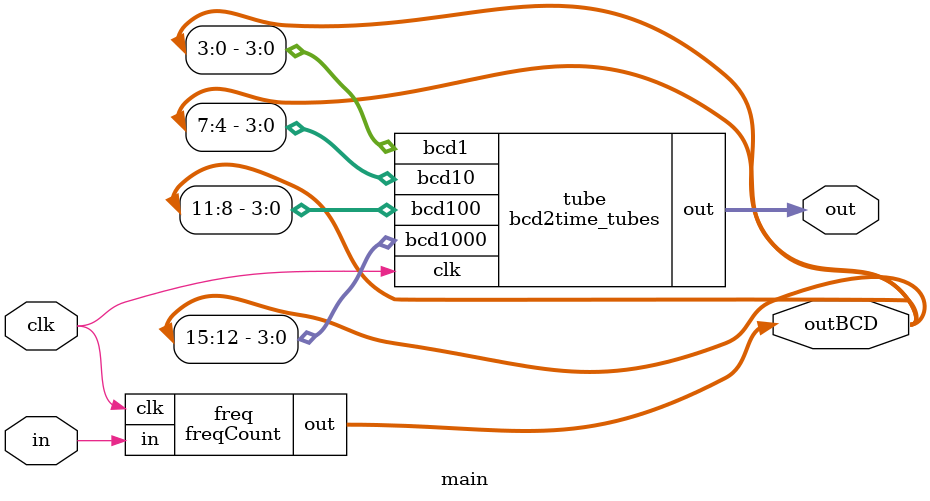
<source format=v>

/*
freqCount
输入 时钟clk 监测信号in
输出 BCD格式频率 out
*/


module freqCount(input clk, input in, output [31:0] out); 
	
	parameter MAX_CLK = 10 - 1; // 最大计数,应等于频率
	reg [31:0] clk_count;
	reg [7:0] freq_count1,freq_count10,freq_count100,freq_count1000;
	reg [31:0] out_lock; // 输出锁存
	reg rst_bcd; //同步清零bcd计数器
	wire inc1,inc10,inc100,inc1000;

	assign inc1 = in; // 个位+1信号
	assign inc10 = (freq_count1 >= 9); // 十位+1信号
	assign inc100 = (freq_count10 >= 9);
	assign inc1000 = (freq_count100 >= 9);

	initial begin 
		rst_bcd = 0;
		clk_count = 0;
	end
	
	// clk_count, out_lock
	always@(posedge clk) begin
		clk_count <= (clk_count==MAX_CLK)?0:(clk_count+1); //clk_count 状态转移

		if(clk_count == MAX_CLK) begin
			out_lock <= {freq_count1000,freq_count100,freq_count10,freq_count1}; //锁住
			rst_bcd <= 1; //清零
		end
		else
			rst_bcd <= 0;
		
	end

	// bcd计数器
	always @(posedge inc1) begin
		freq_count1 <= (freq_count1 >= 9 || rst_bcd == 1)? 0 : (freq_count1 + 1);
	end
	always @(posedge inc10) begin
		freq_count10 <= (freq_count10 >= 9 || rst_bcd == 1)? 0 : (freq_count10 + 1);
	end
	always @(posedge inc100) begin
		freq_count100 <= (freq_count100 >= 9 || rst_bcd == 1)? 0 : (freq_count100 + 1);
	end
	always @(posedge inc1000) begin
		freq_count1000 <= (freq_count1000 >= 9 || rst_bcd == 1)? 0 : (freq_count1000 + 1);
	end
	

	assign out = out_lock;

endmodule

//将一位bcd化为数码管显示
module bcd2tube(input [3:0] bcd, output [7:0] tube);
reg [7:0] rtube;
assign tube = rtube; 

always@* begin
	case (bcd) // case 只能用在always中,编译器优化掉
        0 : rtube = 8'h3f;
        1 : rtube = 8'h06;
        2 : rtube = 8'h5b;
        3 : rtube = 8'h4f;
        4 : rtube = 8'h66;
        5 : rtube = 8'h6d;
        6 : rtube = 8'h7d;
        7 : rtube = 8'h07;
        8 : rtube = 8'h7f;
        9 : rtube = 8'h6f;
        4'b1010 : rtube = 8'h77;
        4'b1011 : rtube = 8'h7c;
        4'b1100 : rtube = 8'h39;
        4'b1101 : rtube = 8'h5e;
        4'b1110 : rtube = 8'h79;
        4'b1111 : rtube = 8'h71;
		
      endcase
end
endmodule


module bcd2time_tubes(input clk, input [3:0] bcd1,input [3:0] bcd10,input [3:0] bcd100,input [3:0] bcd1000, output [15:0] out);
	reg [8:0] tube_select;
	reg [8:0] tube_content;
	reg [2:0] clk_count;
	
	wire [7:0] tube1;
	wire [7:0] tube10;
	wire [7:0] tube100;
	wire [7:0] tube1000;

	bcd2tube b1(bcd1, tube1);
	bcd2tube b10(bcd10, tube10);
	bcd2tube b100(bcd100, tube100);
	bcd2tube b1000(bcd1000, tube1000);

	assign out = {tube_select, tube_content};
	initial begin
		clk_count <= 0;
	end
	always @(posedge clk) begin
		clk_count <= clk_count+1;
		case (clk_count)
			0 : begin tube_select <= 8'b0000_0001; tube_content<=tube1; end
			1 : begin tube_select <= 8'b0000_0010; tube_content<=tube10; end
			2 : begin tube_select <= 8'b0000_0100; tube_content<=tube100; end
			3 : begin tube_select <= 8'b0000_1000; tube_content<=tube1000; end // 补上 4-7
			4 : begin tube_select <= 8'b0001_0000; tube_content<=0; end
			5 : begin tube_select <= 8'b0010_0000; tube_content<=0; end
			6 : begin tube_select <= 8'b0100_0000; tube_content<=0; end
			7 : begin tube_select <= 8'b1000_0000; tube_content<=0; end
		endcase
	end

endmodule

module main(input clk, input in, output [15:0] out, output [31:0] outBCD);
	
	freqCount freq(clk, in, outBCD);
	bcd2time_tubes tube(clk, outBCD[3:0], outBCD[7:4],outBCD[11:8],outBCD[15:12], out);
endmodule
</source>
